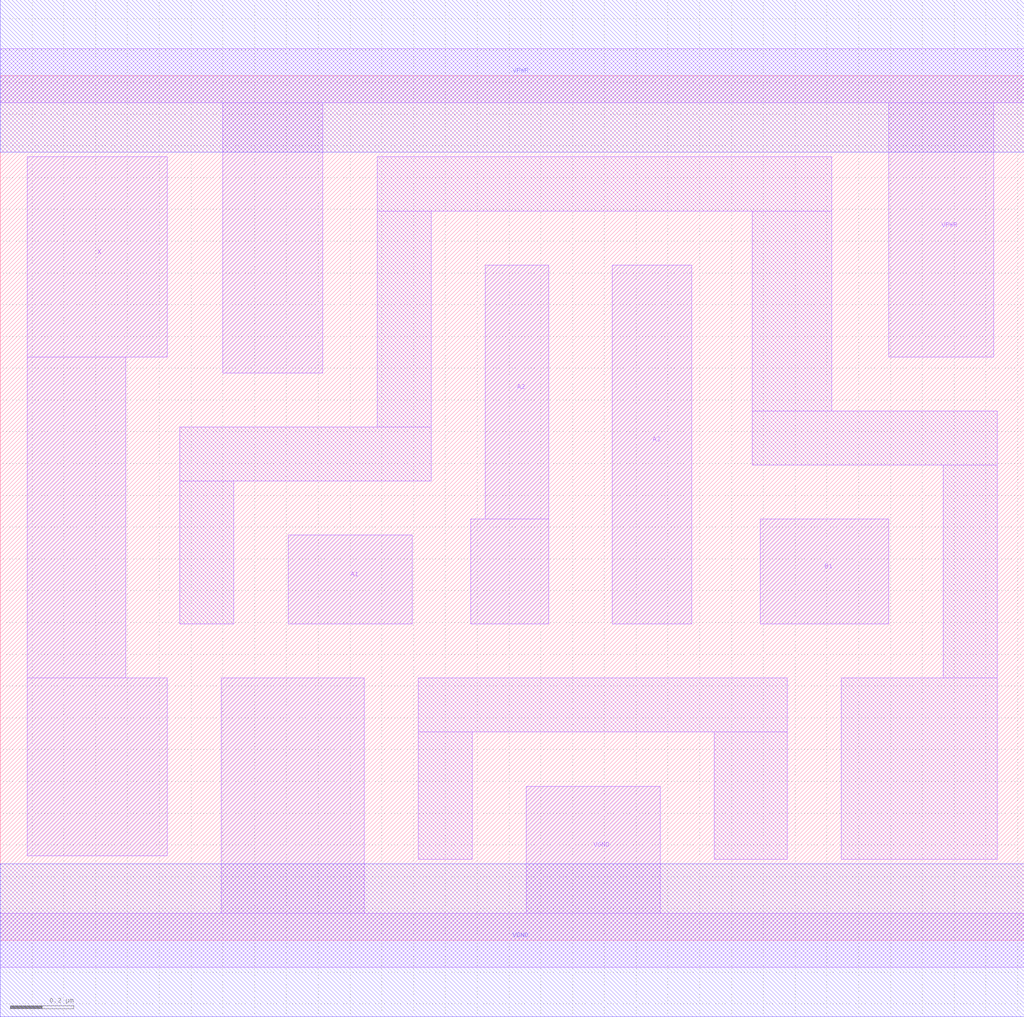
<source format=lef>
# Copyright 2020 The SkyWater PDK Authors
#
# Licensed under the Apache License, Version 2.0 (the "License");
# you may not use this file except in compliance with the License.
# You may obtain a copy of the License at
#
#     https://www.apache.org/licenses/LICENSE-2.0
#
# Unless required by applicable law or agreed to in writing, software
# distributed under the License is distributed on an "AS IS" BASIS,
# WITHOUT WARRANTIES OR CONDITIONS OF ANY KIND, either express or implied.
# See the License for the specific language governing permissions and
# limitations under the License.
#
# SPDX-License-Identifier: Apache-2.0

VERSION 5.5 ;
NAMESCASESENSITIVE ON ;
BUSBITCHARS "[]" ;
DIVIDERCHAR "/" ;
MACRO sky130_fd_sc_hd__o31a_1
  CLASS CORE ;
  SOURCE USER ;
  ORIGIN  0.000000  0.000000 ;
  SIZE  3.220000 BY  2.720000 ;
  SYMMETRY X Y R90 ;
  SITE unithd ;
  PIN A1
    ANTENNAGATEAREA  0.247500 ;
    DIRECTION INPUT ;
    USE SIGNAL ;
    PORT
      LAYER li1 ;
        RECT 0.905000 0.995000 1.295000 1.275000 ;
    END
  END A1
  PIN A2
    ANTENNAGATEAREA  0.247500 ;
    DIRECTION INPUT ;
    USE SIGNAL ;
    PORT
      LAYER li1 ;
        RECT 1.480000 0.995000 1.725000 1.325000 ;
        RECT 1.525000 1.325000 1.725000 2.125000 ;
    END
  END A2
  PIN A3
    ANTENNAGATEAREA  0.247500 ;
    DIRECTION INPUT ;
    USE SIGNAL ;
    PORT
      LAYER li1 ;
        RECT 1.925000 0.995000 2.175000 2.125000 ;
    END
  END A3
  PIN B1
    ANTENNAGATEAREA  0.247500 ;
    DIRECTION INPUT ;
    USE SIGNAL ;
    PORT
      LAYER li1 ;
        RECT 2.390000 0.995000 2.795000 1.325000 ;
    END
  END B1
  PIN X
    ANTENNADIFFAREA  0.594000 ;
    DIRECTION OUTPUT ;
    USE SIGNAL ;
    PORT
      LAYER li1 ;
        RECT 0.085000 0.265000 0.525000 0.825000 ;
        RECT 0.085000 0.825000 0.395000 1.835000 ;
        RECT 0.085000 1.835000 0.525000 2.465000 ;
    END
  END X
  PIN VGND
    DIRECTION INOUT ;
    SHAPE ABUTMENT ;
    USE GROUND ;
    PORT
      LAYER li1 ;
        RECT 0.000000 -0.085000 3.220000 0.085000 ;
        RECT 0.695000  0.085000 1.145000 0.825000 ;
        RECT 1.655000  0.085000 2.075000 0.485000 ;
    END
    PORT
      LAYER met1 ;
        RECT 0.000000 -0.240000 3.220000 0.240000 ;
    END
  END VGND
  PIN VPWR
    DIRECTION INOUT ;
    SHAPE ABUTMENT ;
    USE POWER ;
    PORT
      LAYER li1 ;
        RECT 0.000000 2.635000 3.220000 2.805000 ;
        RECT 0.700000 1.785000 1.015000 2.635000 ;
        RECT 2.795000 1.835000 3.125000 2.635000 ;
    END
    PORT
      LAYER met1 ;
        RECT 0.000000 2.480000 3.220000 2.960000 ;
    END
  END VPWR
  OBS
    LAYER li1 ;
      RECT 0.565000 0.995000 0.735000 1.445000 ;
      RECT 0.565000 1.445000 1.355000 1.615000 ;
      RECT 1.185000 1.615000 1.355000 2.295000 ;
      RECT 1.185000 2.295000 2.615000 2.465000 ;
      RECT 1.315000 0.255000 1.485000 0.655000 ;
      RECT 1.315000 0.655000 2.475000 0.825000 ;
      RECT 2.245000 0.255000 2.475000 0.655000 ;
      RECT 2.365000 1.495000 3.135000 1.665000 ;
      RECT 2.365000 1.665000 2.615000 2.295000 ;
      RECT 2.645000 0.255000 3.135000 0.825000 ;
      RECT 2.965000 0.825000 3.135000 1.495000 ;
  END
END sky130_fd_sc_hd__o31a_1

</source>
